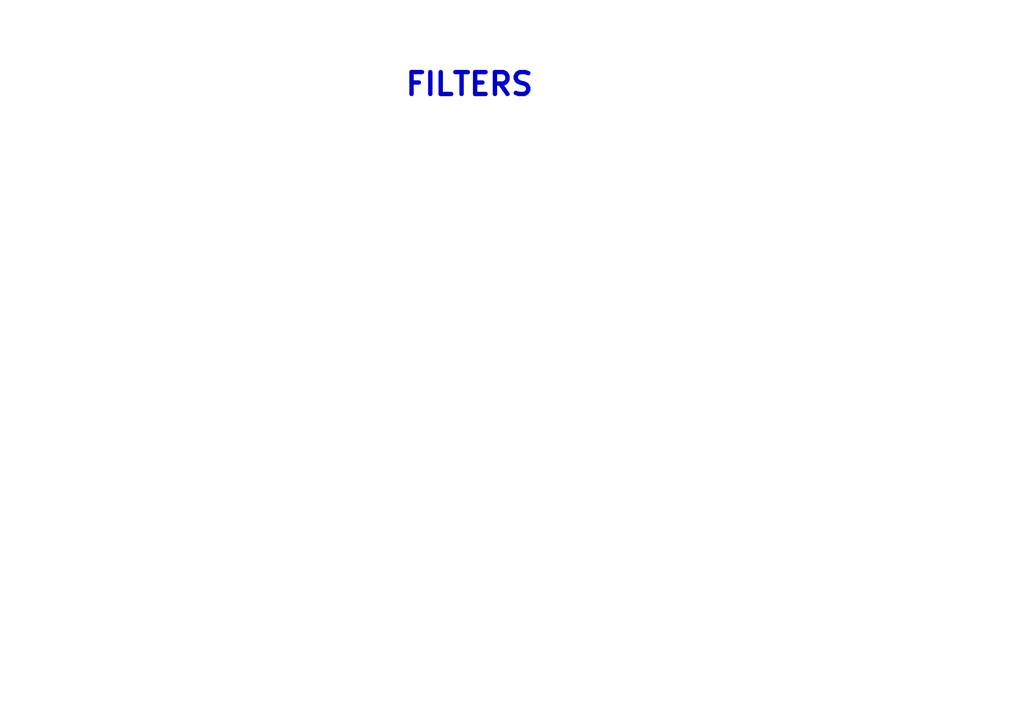
<source format=kicad_sch>
(kicad_sch
	(version 20250114)
	(generator "eeschema")
	(generator_version "9.0")
	(uuid "ab2862c3-6c77-4f01-9b9e-1308b656c388")
	(paper "A4")
	(title_block
		(title "FILTERS")
		(date "2025-04-06")
		(rev "rev0")
		(company "DBtronics Inc.")
		(comment 1 "Dian Basit")
		(comment 2 "dianbasit@dbtronics.org")
		(comment 3 "+1 (587) 432-2486")
	)
	(lib_symbols)
	(text "${TITLE}\n"
		(exclude_from_sim no)
		(at 136.144 24.638 0)
		(effects
			(font
				(size 6.35 6.35)
				(thickness 1.27)
				(bold yes)
			)
		)
		(uuid "11a26aa4-4be6-4a16-a95c-4e048803bdc3")
	)
)

</source>
